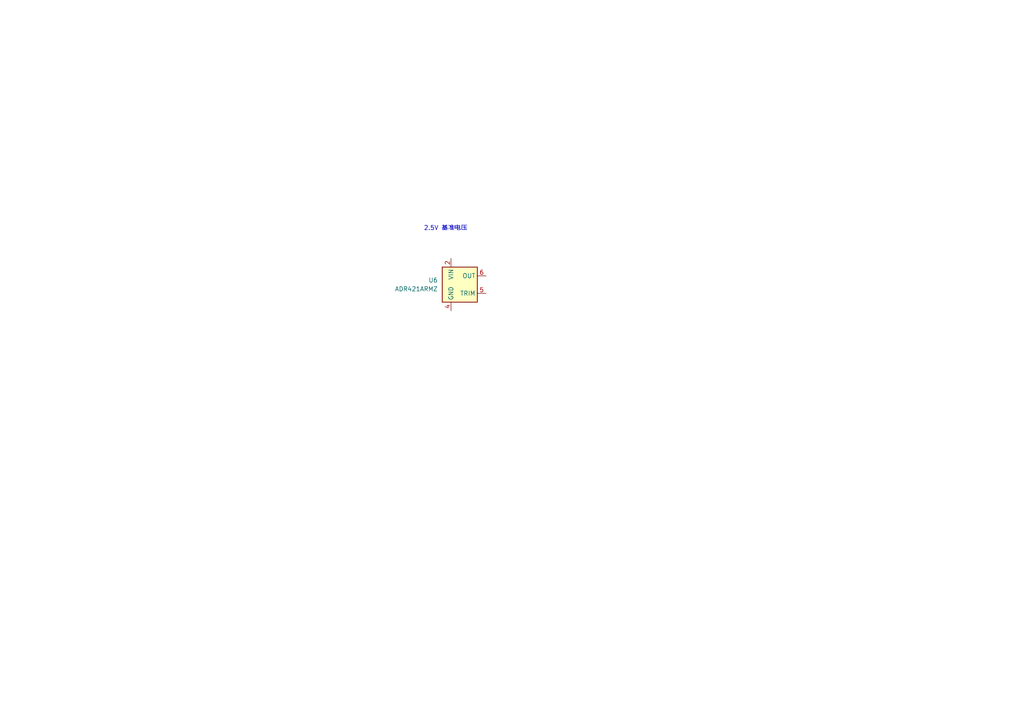
<source format=kicad_sch>
(kicad_sch (version 20231120) (generator "eeschema") (generator_version "8.0")
  (paper "A4")
  (title_block (title "ADR421 ADC基准电源") (date "2024-03-24") (rev "A") (company "TheBadZhang") (comment 2 "基准电压2.5V"))
  (lib_symbols
    (symbol "Reference_Voltage:ADR421ARMZ"
      (property "Reference" "U" (at 0 6.35 0))
      (property "Value" "ADR421ARMZ" (at 3.81 -6.35 0))
      (symbol "ADR421ARMZ_0_1"
        (rectangle (start 5.08 -5.08) (end -5.08 5.08) (stroke (width 0.254)) (fill (type background)))
        (pin no_connect line (at -5.08 0 0) (length 2.54) hide (name "TP") (number "1"))
        (pin power_in line (at -2.54 7.62 270) (length 2.54) (name "VIN") (number "2"))
        (pin no_connect line (at 5.08 0 180) (length 2.54) hide (name "NC") (number "3"))
        (pin power_in line (at -2.54 -7.62 90) (length 2.54) (name "GND") (number "4"))
        (pin passive line (at 7.62 -2.54 180) (length 2.54) (name "TRIM") (number "5"))
        (pin output line (at 7.62 2.54 180) (length 2.54) (name "OUT") (number "6"))
        (pin no_connect line (at -5.08 2.54 0) (length 2.54) hide (name "NC") (number "7"))
        (pin no_connect line (at -5.08 -2.54 0) (length 2.54) hide (name "TP") (number "8"))
      )
    )
  )
  (text "2.5V 基准电压" (at 129.286 66.294 0) (effects (font (size 1.27 1.27))))
  (symbol (lib_id "Reference_Voltage:ADR421ARMZ") (at 133.35 82.55 0) (unit 1)
    (property "Reference" "U6" (at 127 81.2799 0) (effects (justify right)))
    (property "Value" "ADR421ARMZ" (at 127 83.8199 0) (effects (justify right)))
    (property "Footprint" "Package_SO:MSOP-8_3x3mm_P0.65mm" (effects (hide yes)))
    (property "Datasheet" "https://www.analog.com/media/en/technical-documentation/data-sheets/adr420_421_423_425.pdf" (effects (hide yes)))
    (property "Description" "2.50V Voltage Reference, Ultraprecision, Low Noise, MSOP-8" (effects (hide yes)))
  )
)
</source>
